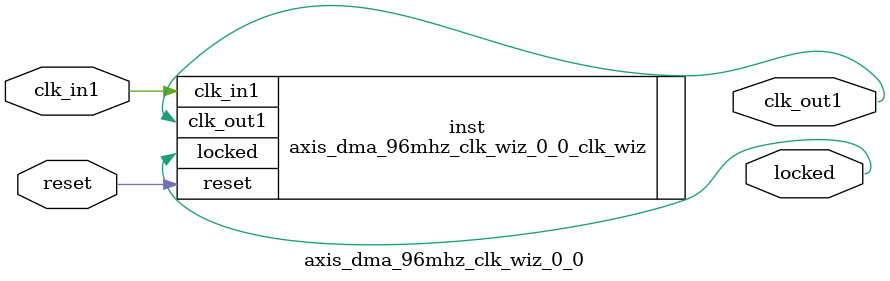
<source format=v>


`timescale 1ps/1ps

(* CORE_GENERATION_INFO = "axis_dma_96mhz_clk_wiz_0_0,clk_wiz_v6_0_5_0_0,{component_name=axis_dma_96mhz_clk_wiz_0_0,use_phase_alignment=true,use_min_o_jitter=false,use_max_i_jitter=false,use_dyn_phase_shift=false,use_inclk_switchover=false,use_dyn_reconfig=false,enable_axi=0,feedback_source=FDBK_AUTO,PRIMITIVE=MMCM,num_out_clk=1,clkin1_period=83.333,clkin2_period=10.0,use_power_down=false,use_reset=true,use_locked=true,use_inclk_stopped=false,feedback_type=SINGLE,CLOCK_MGR_TYPE=NA,manual_override=false}" *)

module axis_dma_96mhz_clk_wiz_0_0 
 (
  // Clock out ports
  output        clk_out1,
  // Status and control signals
  input         reset,
  output        locked,
 // Clock in ports
  input         clk_in1
 );

  axis_dma_96mhz_clk_wiz_0_0_clk_wiz inst
  (
  // Clock out ports  
  .clk_out1(clk_out1),
  // Status and control signals               
  .reset(reset), 
  .locked(locked),
 // Clock in ports
  .clk_in1(clk_in1)
  );

endmodule

</source>
